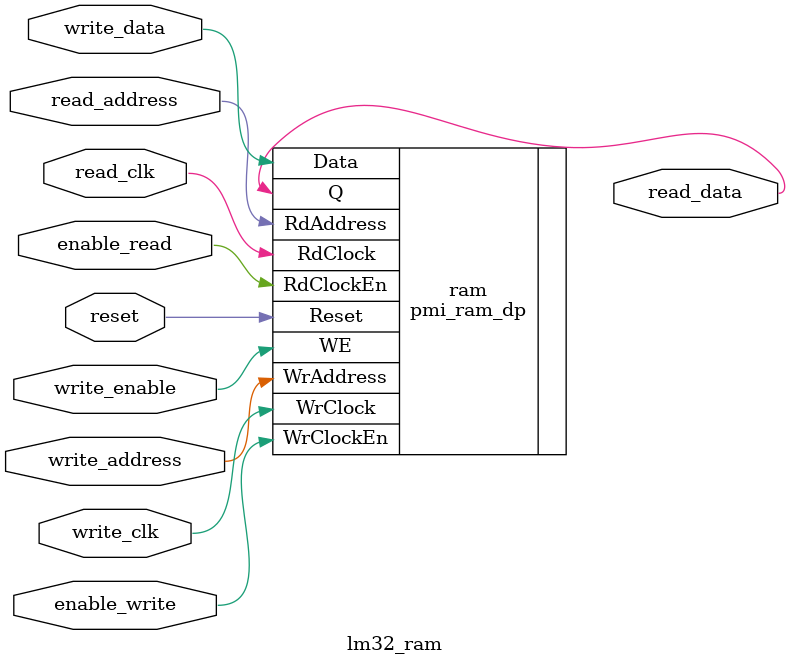
<source format=v>

`include "lm32_include.v"


module lm32_ram (
    // ----- Inputs -------
    read_clk,
    write_clk,
    reset,
    enable_read,
    read_address,
    enable_write,
    write_address,
    write_data,
    write_enable,
    // ----- Outputs -------
    read_data
    );

/////////////////////////////////////////////////////
// Parameters
/////////////////////////////////////////////////////

parameter data_width = 1;               // Width of the data ports
parameter address_width = 1;            // Width of the address ports

/////////////////////////////////////////////////////
// Inputs
/////////////////////////////////////////////////////

input read_clk;                         // Read clock
input write_clk;                        // Write clock
input reset;                            // Reset

input enable_read;                      // Access enable
input [address_width-1:0] read_address; // Read/write address
input enable_write;                     // Access enable
input [address_width-1:0] write_address;// Read/write address
input [data_width-1:0] write_data;      // Data to write to specified address
input write_enable;                     // Write enable

/////////////////////////////////////////////////////
// Outputs
/////////////////////////////////////////////////////

output [data_width-1:0] read_data;      // Data read from specified addess
wire   [data_width-1:0] read_data;
    
/////////////////////////////////////////////////////
// Instantiations
/////////////////////////////////////////////////////

pmi_ram_dp #(
    // ----- Parameters -------
    .pmi_wr_addr_depth  (1 << address_width),
    .pmi_wr_addr_width  (address_width),
    .pmi_wr_data_width  (data_width),
    .pmi_rd_addr_depth  (1 << address_width),
    .pmi_rd_addr_width  (address_width),
    .pmi_rd_data_width  (data_width),
    .pmi_regmode        ("noreg"),
    .pmi_gsr            ("enable"),
    .pmi_resetmode      ("async"),
    .pmi_init_file      ("none"),
    .pmi_init_file_format("binary"),
    .pmi_family         ("ECP"),
    .module_type        ("pmi_ram_dp")
  ) ram (
    // ----- Inputs -------
    .RdClock            (read_clk),
    .WrClock            (write_clk),
    .Reset              (reset),
    .Data               (write_data),
    .RdAddress          (read_address),
    .WrAddress          (write_address),
    .RdClockEn          (enable_read),
    .WrClockEn          (enable_write),
    .WE                 (write_enable),
    // ----- Outputs -------
    .Q                  (read_data)
    );

endmodule

</source>
